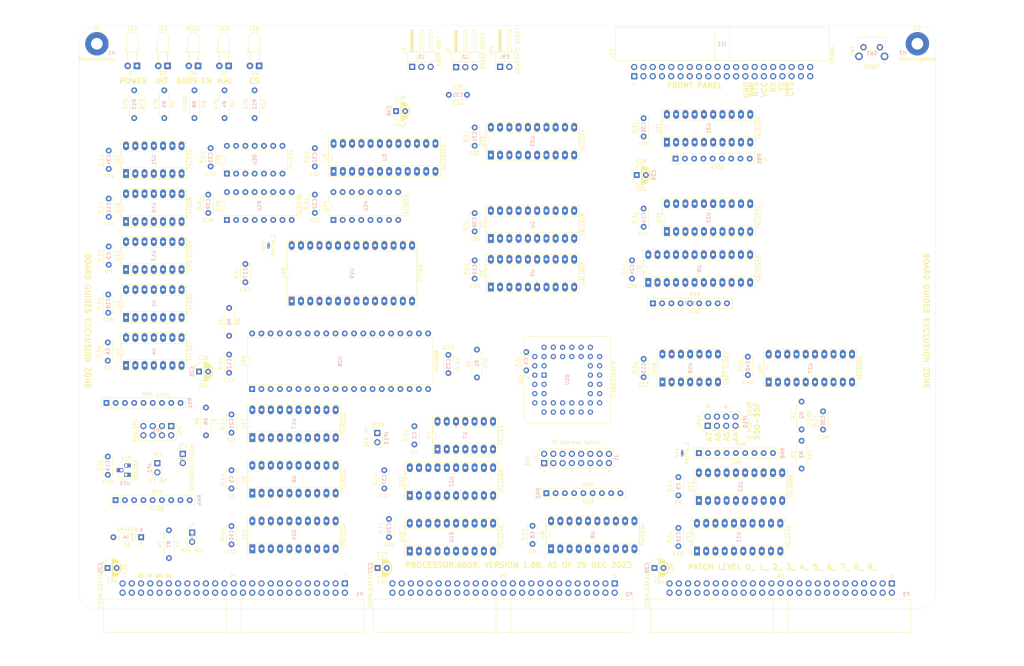
<source format=kicad_pcb>
(kicad_pcb (version 20211014) (generator pcbnew)
  (title_block (title "DUODYNE 6809 PROCESSOR") (date "2023-12-29") (rev "v1.00"))
  (layers (0 "F.Cu" signal) (31 "B.Cu" signal) (34 "B.Paste" user) (35 "F.Paste" user) (36 "B.SilkS" user "B.Silkscreen") (37 "F.SilkS" user "F.Silkscreen") (38 "B.Mask" user) (39 "F.Mask" user) (44 "Edge.Cuts" user))
  (net 0 "")
  (net 1 "GND")
  (net 2 "VCC")
  (net 3 "Net-(D2-Pad1)")
  (net 4 "Net-(D4-Pad2)")
  (net 5 "Net-(D6-Pad2)")
  (net 6 "6809RST")
  (net 7 "6809EN")
  (net 8 "Net-(D2-Pad2)")
  (net 9 "~{6809EN}")
  (net 10 "~{INT0}")
  (net 11 "~{TEND1}")
  (net 12 "~{TEND0}")
  (net 13 "~{DREQ1}")
  (net 14 "~{DREQ0}")
  (net 15 "Net-(D3-Pad1)")
  (net 16 "-12V")
  (net 17 "Net-(D3-Pad2)")
  (net 18 "~{BUSRQ}")
  (net 19 "/bus/CRUCLK")
  (net 20 "~{NMI}")
  (net 21 "CLK")
  (net 22 "~{M1}")
  (net 23 "~{MREQ}")
  (net 24 "~{IORQ}")
  (net 25 "~{WR}")
  (net 26 "~{RD}")
  (net 27 "A0")
  (net 28 "A1")
  (net 29 "A2")
  (net 30 "A3")
  (net 31 "A4")
  (net 32 "A5")
  (net 33 "A6")
  (net 34 "A7")
  (net 35 "A8")
  (net 36 "A9")
  (net 37 "A10")
  (net 38 "A11")
  (net 39 "A12")
  (net 40 "A13")
  (net 41 "A14")
  (net 42 "A15")
  (net 43 "+12V")
  (net 44 "D0")
  (net 45 "D1")
  (net 46 "D2")
  (net 47 "D3")
  (net 48 "D4")
  (net 49 "D5")
  (net 50 "D6")
  (net 51 "D7")
  (net 52 "~{6809ACTIVE}")
  (net 53 "Net-(D7-Pad2)")
  (net 54 "Net-(JP1-Pad1)")
  (net 55 "Net-(D9-Pad2)")
  (net 56 "Net-(JP4-Pad1)")
  (net 57 "ONE")
  (net 58 "ZERO")
  (net 59 "Net-(D9-Pad1)")
  (net 60 "Net-(JP4-Pad3)")
  (net 61 "Net-(JP4-Pad5)")
  (net 62 "Net-(JP4-Pad7)")
  (net 63 "/bus/~{WAIT}")
  (net 64 "Net-(J11-Pad19)")
  (net 65 "Net-(J11-Pad17)")
  (net 66 "Net-(J11-Pad15)")
  (net 67 "~{CPU-IORQ}")
  (net 68 "~{CPU-RESET}")
  (net 69 "CPU-R~{W}")
  (net 70 "CPU-A1")
  (net 71 "CPU-A0")
  (net 72 "/bus/A23")
  (net 73 "~{CPU-M1}")
  (net 74 "~{CPU-WR}")
  (net 75 "~{CPU-RD}")
  (net 76 "~{CPU-MREQ}")
  (net 77 "DATA-DIR")
  (net 78 "/bus/A22")
  (net 79 "~{FP-LATCH-RD}")
  (net 80 "FP-LATCH-WR")
  (net 81 "Net-(JP2-Pad1)")
  (net 82 "bCLK")
  (net 83 "/bus/~{RFSH}")
  (net 84 "/bus/~{EIRQ7}")
  (net 85 "/bus/~{EIRQ6}")
  (net 86 "/fpanel/FP-D7")
  (net 87 "/fpanel/FP-D6")
  (net 88 "/fpanel/FP-D5")
  (net 89 "/fpanel/FP-D4")
  (net 90 "/fpanel/FP-D3")
  (net 91 "/fpanel/FP-D2")
  (net 92 "/fpanel/FP-D1")
  (net 93 "/fpanel/FP-D0")
  (net 94 "CPU-A3")
  (net 95 "CPU-A4")
  (net 96 "CPU-A2")
  (net 97 "CPU-A5")
  (net 98 "CPU-A6")
  (net 99 "CPU-A7")
  (net 100 "/bus/~{EIRQ5}")
  (net 101 "CPU-A11")
  (net 102 "CPU-A12")
  (net 103 "CPU-A10")
  (net 104 "CPU-A13")
  (net 105 "CPU-A9")
  (net 106 "CPU-A14")
  (net 107 "CPU-A8")
  (net 108 "CPU-A15")
  (net 109 "~{CPU-NMI}")
  (net 110 "~{CPU-INT}")
  (net 111 "CPU-D1")
  (net 112 "CPU-D7")
  (net 113 "CPU-D6")
  (net 114 "CPU-D3")
  (net 115 "CPU-D0")
  (net 116 "CPU-D2")
  (net 117 "CPU-D5")
  (net 118 "CPU-D4")
  (net 119 "Net-(JP10-Pad8)")
  (net 120 "Net-(JP10-Pad6)")
  (net 121 "Net-(JP10-Pad4)")
  (net 122 "Net-(JP10-Pad2)")
  (net 123 "A16")
  (net 124 "A17")
  (net 125 "A18")
  (net 126 "A19")
  (net 127 "A20")
  (net 128 "A21")
  (net 129 "/bus/~{EIRQ4}")
  (net 130 "/bus/~{EIRQ3}")
  (net 131 "Net-(P1-Pad40)")
  (net 132 "/bus/~{EIRQ2}")
  (net 133 "/bus/~{EIRQ1}")
  (net 134 "Net-(P1-Pad44)")
  (net 135 "/bus/~{EIRQ0}")
  (net 136 "Net-(R6-Pad2)")
  (net 137 "Net-(R9-Pad2)")
  (net 138 "Net-(RN8-Pad6)")
  (net 139 "~{CS_IO}")
  (net 140 "~{CPU-DMA}")
  (net 141 "mA14")
  (net 142 "mA15")
  (net 143 "mA16")
  (net 144 "UART-CLK")
  (net 145 "/bus/E")
  (net 146 "/bus/ST")
  (net 147 "/bus/PHI")
  (net 148 "/bus/~{INT2}")
  (net 149 "/bus/~{INT1}")
  (net 150 "~{RES_IN}")
  (net 151 "/bus/CRUOUT")
  (net 152 "/bus/CRUIN")
  (net 153 "~{RES_OUT}")
  (net 154 "/bus/USER8")
  (net 155 "/bus/USER7")
  (net 156 "/bus/USER6")
  (net 157 "/bus/USER5")
  (net 158 "/bus/USER4")
  (net 159 "/bus/USER3")
  (net 160 "/bus/USER2")
  (net 161 "/bus/USER1")
  (net 162 "/bus/USER0")
  (net 163 "~{ONBOARD_ROM}")
  (net 164 "I2C_SDA")
  (net 165 "/bus/A31")
  (net 166 "/bus/A30")
  (net 167 "/bus/A29")
  (net 168 "/bus/A28")
  (net 169 "/bus/A27")
  (net 170 "/bus/A26")
  (net 171 "/bus/A25")
  (net 172 "/bus/A24")
  (net 173 "~{OFFBOARD_MEM}")
  (net 174 "/bus/IC3")
  (net 175 "/bus/IC2")
  (net 176 "/bus/IC1")
  (net 177 "/bus/IC0")
  (net 178 "/bus/AUXCLK1")
  (net 179 "/bus/AUXCLK0")
  (net 180 "/bus/D15")
  (net 181 "/bus/D31")
  (net 182 "/bus/D14")
  (net 183 "/bus/D30")
  (net 184 "/bus/D13")
  (net 185 "/bus/D29")
  (net 186 "/bus/D12")
  (net 187 "/bus/D28")
  (net 188 "/bus/D11")
  (net 189 "/bus/D27")
  (net 190 "/bus/D10")
  (net 191 "/bus/D26")
  (net 192 "/bus/D9")
  (net 193 "/bus/D25")
  (net 194 "/bus/D8")
  (net 195 "/bus/D24")
  (net 196 "/bus/D23")
  (net 197 "/bus/D22")
  (net 198 "/bus/D21")
  (net 199 "/bus/D20")
  (net 200 "/bus/D19")
  (net 201 "/bus/D18")
  (net 202 "/bus/D17")
  (net 203 "/bus/D16")
  (net 204 "/bus/~{BUSERR}")
  (net 205 "/bus/UDS")
  (net 206 "/bus/~{VPA}")
  (net 207 "/bus/LDS")
  (net 208 "/bus/~{VMA}")
  (net 209 "/bus/S2")
  (net 210 "/bus/~{BHE}")
  (net 211 "/bus/S1")
  (net 212 "/bus/IPL2")
  (net 213 "/bus/S0")
  (net 214 "/bus/IPL1")
  (net 215 "/bus/AUXCLK3")
  (net 216 "/bus/IPL0")
  (net 217 "/bus/AUXCLK2")
  (net 218 "I2C_SCL")
  (net 225 "Net-(D4-Pad1)")
  (net 226 "mA17")
  (net 227 "mA18")
  (net 228 "mA19")
  (net 231 "Net-(J1-Pad2)")
  (net 232 "~{INT-I2C}")
  (net 233 "INT-I2C")
  (net 235 "~{CS_I2C_WR}")
  (net 244 "~{CS_I2C}")
  (net 246 "~{RTS}")
  (net 247 "RX")
  (net 248 "TX")
  (net 249 "~{CTS}")
  (net 250 "~{CS_UART}")
  (net 251 "~{EXT_RES}")
  (net 252 "Net-(J11-Pad5)")
  (net 253 "Net-(J11-Pad7)")
  (net 254 "Net-(J11-Pad9)")
  (net 255 "Net-(J11-Pad11)")
  (net 256 "Net-(J11-Pad13)")
  (net 257 "Net-(J1-Pad4)")
  (net 258 "Net-(J1-Pad6)")
  (net 259 "Net-(J1-Pad8)")
  (net 260 "mA20")
  (net 261 "mA21")
  (net 262 "~{CPU-HALT}")
  (net 263 "Net-(JP3-Pad1)")
  (net 264 "Net-(JP13-Pad1)")
  (net 266 "/bus/~{BUSACK}")
  (net 267 "/bus/~{HALT}")
  (net 268 "IOPAGE")
  (net 269 "E")
  (net 271 "Net-(U21-Pad2)")
  (net 272 "Net-(U21-Pad12)")
  (net 273 "Net-(U21-Pad5)")
  (net 274 "Net-(J1-Pad10)")
  (net 275 "Net-(J1-Pad12)")
  (net 276 "Net-(J1-Pad14)")
  (net 277 "Net-(J1-Pad16)")
  (net 278 "UART_INT")
  (net 279 "Net-(U22-Pad19)")
  (net 280 "~{PAGE-EN}")
  (net 284 "~{ENABLEINT}")
  (net 285 "HIMEM")
  (net 289 "OPTION_LATCH")
  (net 290 "O_1")
  (net 291 "O_2")
  (net 292 "O_7")
  (net 293 "O_3")
  (net 294 "O_4")
  (net 295 "O_5")
  (net 296 "O_6")
  (net 305 "SEL-A15")
  (net 306 "SEL-A14")
  (net 307 "Net-(U16-Pad10)")
  (net 314 "Net-(U1-Pad1)")
  (net 321 "Net-(U16-Pad12)")
  (net 322 "68TOGGLE")
  (net 339 "Net-(U20-Pad10)")
  (net 350 "Net-(U1-Pad8)")
  (net 351 "~{PAGE-WR}")
  (net 352 "Net-(U1-Pad5)")
  (net 355 "Net-(U1-Pad3)")
  (net 357 "~{PGEN-WR}")
  (net 363 "Net-(U3-Pad13)")
  (footprint "Connector_IDC:IDC-Header_2x25_P2.54mm_Horizontal" (layer "F.Cu") (at 108 223 -90)
    (fp_text reference "P1")
    (fp_text value "CONN_02X25")
  )
  (footprint "Capacitor_THT:C_Disc_D5.0mm_W2.5mm_P5.00mm" (layer "F.Cu") (at 127.075 179.875 -90)
    (fp_text reference "C2")
    (fp_text value "0.1u")
  )
  (footprint "Capacitor_THT:C_Disc_D5.0mm_W2.5mm_P5.00mm" (layer "F.Cu") (at 43.255 130.605 -90)
    (fp_text reference "C3")
    (fp_text value "0.1u")
  )
  (footprint "Capacitor_THT:C_Disc_D5.0mm_W2.5mm_P5.00mm" (layer "F.Cu") (at 157.75 159.55 -90)
    (fp_text reference "C4")
    (fp_text value "0.1u")
  )
  (footprint "Capacitor_THT:C_Disc_D5.0mm_W2.5mm_P5.00mm" (layer "F.Cu") (at 76.91 191.94 -90)
    (fp_text reference "C5")
    (fp_text value "0.1u")
  )
  (footprint "Capacitor_THT:C_Disc_D5.0mm_W2.5mm_P5.00mm" (layer "F.Cu") (at 43 156.9 -90)
    (fp_text reference "C6")
    (fp_text value "0.1u")
  )
  (footprint "Capacitor_THT:C_Disc_D5.0mm_W2.5mm_P5.00mm" (layer "F.Cu") (at 159.46 207.18 -90)
    (fp_text reference "C8")
    (fp_text value "0.1u")
  )
  (footprint "Capacitor_THT:C_Disc_D5.0mm_W2.5mm_P5.00mm" (layer "F.Cu") (at 199.465 193.845 -90)
    (fp_text reference "C9")
    (fp_text value "0.1u")
  )
  (footprint "Capacitor_THT:C_Disc_D5.0mm_W2.5mm_P5.00mm" (layer "F.Cu") (at 76.91 207.27 -90)
    (fp_text reference "C10")
    (fp_text value "0.1u")
  )
  (footprint "Capacitor_THT:C_Disc_D5.0mm_W2.5mm_P5.00mm" (layer "F.Cu") (at 43.255 117.4575 -90)
    (fp_text reference "C11")
    (fp_text value "0.1u")
  )
  (footprint "Capacitor_THT:C_Disc_D5.0mm_W2.5mm_P5.00mm" (layer "F.Cu") (at 189.94 120.185 -90)
    (fp_text reference "C14")
    (fp_text value "0.1u")
  )
  (footprint "Capacitor_THT:C_Disc_D5.0mm_W2.5mm_P5.00mm" (layer "F.Cu") (at 143.6 134.4 -90)
    (fp_text reference "C15")
    (fp_text value "0.1u")
  )
  (footprint "Capacitor_THT:CP_Radial_D5.0mm_P2.50mm" (layer "F.Cu") (at 42.9296 218.75)
    (fp_text reference "C25")
    (fp_text value "10u")
  )
  (footprint "Capacitor_THT:CP_Radial_D5.0mm_P2.50mm" (layer "F.Cu") (at 68.0199 164.9)
    (fp_text reference "C26")
    (fp_text value "10u")
  )
  (footprint "Capacitor_THT:C_Disc_D5.0mm_W2.5mm_P5.00mm" (layer "F.Cu") (at 80.72 135.39 -90)
    (fp_text reference "C17")
    (fp_text value "0.1u")
  )
  (footprint "Capacitor_THT:C_Disc_D5.0mm_W2.5mm_P5.00mm" (layer "F.Cu") (at 120.09 205.315 -90)
    (fp_text reference "C20")
    (fp_text value "0.1u")
  )
  (footprint "Capacitor_THT:C_Disc_D5.0mm_W2.5mm_P5.00mm" (layer "F.Cu") (at 76.91 176.66 -90)
    (fp_text reference "C21")
    (fp_text value "0.1u")
  )
  (footprint "Capacitor_THT:C_Disc_D5.0mm_W2.5mm_P5.00mm" (layer "F.Cu") (at 99.77 116.375 -90)
    (fp_text reference "C22")
    (fp_text value "0.1u")
  )
  (footprint "Capacitor_THT:C_Disc_D5.0mm_W2.5mm_P5.00mm" (layer "F.Cu") (at 136.385 165.31 90)
    (fp_text reference "C23")
    (fp_text value "0.1u")
  )
  (footprint "Capacitor_THT:CP_Radial_D5.0mm_P2.50mm" (layer "F.Cu") (at 117 218.75)
    (fp_text reference "C27")
    (fp_text value "10u")
  )
  (footprint "Capacitor_THT:CP_Radial_D5.0mm_P2.50mm" (layer "F.Cu") (at 192.8847 218.75)
    (fp_text reference "C28")
    (fp_text value "10u")
  )
  (footprint "Capacitor_THT:CP_Radial_D5.0mm_P2.50mm" (layer "F.Cu") (at 188.0449 111)
    (fp_text reference "C29")
    (fp_text value "22u")
  )
  (footprint "LED_THT:LED_D3.0mm_Horizontal_O3.81mm_Z2.0mm" (layer "F.Cu") (at 67.755 81.065 180)
    (fp_text reference "D4")
    (fp_text value "6502")
  )
  (footprint "Diode_THT:D_DO-35_SOD27_P7.62mm_Horizontal" (layer "F.Cu") (at 52.145 210.315 180)
    (fp_text reference "D6")
    (fp_text value "1N4148")
  )
  (footprint "LED_THT:LED_D3.0mm_Horizontal_O3.81mm_Z2.0mm" (layer "F.Cu") (at 76.1325 81.065 180)
    (fp_text reference "D2")
    (fp_text value "LED")
  )
  (footprint "Resistor_THT:R_Axial_DIN0207_L6.3mm_D2.5mm_P7.62mm_Horizontal" (layer "F.Cu") (at 58.495 87.76 -90)
    (fp_text reference "R5")
    (fp_text value "470")
  )
  (footprint "Resistor_THT:R_Axial_DIN0207_L6.3mm_D2.5mm_P7.62mm_Horizontal" (layer "F.Cu") (at 76.275 147.45 -90)
    (fp_text reference "R6")
    (fp_text value "1K")
  )
  (footprint "Package_DIP:DIP-14_W7.62mm_Socket_LongPads" (layer "F.Cu") (at 48 163.2 90)
    (fp_text reference "U4")
    (fp_text value "74LS07")
  )
  (footprint "Package_DIP:DIP-20_W7.62mm_Socket_LongPads" (layer "F.Cu") (at 148.035 141.725 90)
    (fp_text reference "U5")
    (fp_text value "GAL16V8")
  )
  (footprint "Package_DIP:DIP-20_W7.62mm_Socket_LongPads" (layer "F.Cu") (at 82.63 198.24 90)
    (fp_text reference "U6")
    (fp_text value "74LS244")
  )
  (footprint "Package_DIP:DIP-20_W7.62mm_Socket_LongPads" (layer "F.Cu") (at 164.54 213.48 90)
    (fp_text reference "U8")
    (fp_text value "74LS244")
  )
  (footprint "Package_TO_SOT_THT:TO-92L_HandSolder" (layer "F.Cu") (at 48 193.2 90)
    (fp_text reference "U15")
    (fp_text value "DS1233")
  )
  (footprint "Package_DIP:DIP-14_W7.62mm_Socket_LongPads" (layer "F.Cu") (at 48 150.0525 90)
    (fp_text reference "U1")
    (fp_text value "74LS04")
  )
  (footprint "Connector_IDC:IDC-Header_2x25_P2.54mm_Horizontal" (layer "F.Cu") (at 182 223 -90)
    (fp_text reference "P2")
    (fp_text value "CONN_02X25")
  )
  (footprint "MountingHole:MountingHole_3.2mm_M3_Pad" (layer "F.Cu") (at 265 75)
    (fp_text reference "H2")
    (fp_text value "MountingHole")
  )
  (footprint "Resistor_THT:R_Array_SIP9" (layer "F.Cu") (at 42.62 173.485)
    (fp_text reference "RN1")
    (fp_text value "4700")
  )
  (footprint "Package_DIP:DIP-20_W7.62mm_Socket_LongPads" (layer "F.Cu") (at 204.55 214.115 90)
    (fp_text reference "U11")
    (fp_text value "74LS245")
  )
  (footprint "Capacitor_THT:C_Disc_D5.0mm_W2.5mm_P5.00mm" (layer "F.Cu") (at 43 188.2 -90)
    (fp_text reference "C19")
    (fp_text value "0.1u")
  )
  (footprint "Capacitor_THT:C_Disc_D5.0mm_W2.5mm_P5.00mm" (layer "F.Cu") (at 43.125 143.7525 -90)
    (fp_text reference "C18")
    (fp_text value "0.1u")
  )
  (footprint "Capacitor_THT:C_Disc_D5.0mm_W2.5mm_P5.00mm" (layer "F.Cu") (at 76.275 160.23 -90)
    (fp_text reference "C12")
    (fp_text value "0.1u")
  )
  (footprint "Capacitor_THT:C_Disc_D5.0mm_W2.5mm_P5.00mm" (layer "F.Cu") (at 199.465 207.775 -90)
    (fp_text reference "C16")
    (fp_text value "0.1u")
  )
  (footprint "Package_DIP:DIP-24_W7.62mm_Socket_LongPads" (layer "F.Cu") (at 104.915 109.985 90)
    (fp_text reference "U3")
    (fp_text value "GAL22V10")
  )
  (footprint "MountingHole:MountingHole_3.2mm_M3_Pad" (layer "F.Cu") (at 40 75)
    (fp_text reference "H1")
    (fp_text value "MountingHole")
  )
  (footprint "LED_THT:LED_D3.0mm_Horizontal_O3.81mm_Z2.0mm" (layer "F.Cu") (at 51 81.065 180)
    (fp_text reference "D7")
    (fp_text value "LED")
  )
  (footprint "Connector_IDC:IDC-Header_2x25_P2.54mm_Horizontal" (layer "F.Cu") (at 258 223 -90)
    (fp_text reference "P3")
    (fp_text value "CONN_02X25")
  )
  (footprint "Package_DIP:DIP-14_W7.62mm_Socket_LongPads" (layer "F.Cu") (at 48 136.905 90)
    (fp_text reference "U13")
    (fp_text value "CPU CLOCK")
  )
  (footprint "Capacitor_THT:C_Disc_D5.0mm_W2.5mm_P5.00mm" (layer "F.Cu") (at 189.94 95.42 -90)
    (fp_text reference "C36")
    (fp_text value "0.1u")
  )
  (footprint "Capacitor_THT:C_Disc_D5.0mm_W2.5mm_P5.00mm" (layer "F.Cu") (at 143.6 121.455 -90)
    (fp_text reference "C38")
    (fp_text value "0.1u")
  )
  (footprint "Capacitor_THT:CP_Radial_D5.0mm_P2.50mm" (layer "F.Cu") (at 122.059888 93.475)
    (fp_text reference "C46")
    (fp_text value "47uF")
  )
  (footprint "Package_DIP:DIP-28_W15.24mm_Socket_LongPads" (layer "F.Cu") (at 93.43 145.55 90)
    (fp_text reference "U19")
    (fp_text value "27C64")
  )
  (footprint "Package_DIP:DIP-14_W7.62mm_Socket_LongPads" (layer "F.Cu") (at 133.41 186.175 90)
    (fp_text reference "U7")
    (fp_text value "74LS14")
  )
  (footprint "LED_THT:LED_D3.0mm_Horizontal_O3.81mm_Z2.0mm" (layer "F.Cu") (at 84.51 81.065 180)
    (fp_text reference "D9")
    (fp_text value "LED")
  )
  (footprint "Resistor_THT:R_Array_SIP9" (layer "F.Cu") (at 45.145 200.155)
    (fp_text reference "RN4")
    (fp_text value "4700")
  )
  (footprint "Connector_IDC:IDC-Header_2x20_P2.54mm_Horizontal" (layer "F.Cu") (at 187.35 83.9175 90)
    (fp_text reference "J11")
    (fp_text value "FPANEL")
  )
  (footprint "Resistor_THT:R_Array_SIP9" (layer "F.Cu") (at 198.705 106.5)
    (fp_text reference "RN5")
    (fp_text value "4700")
  )
  (footprint "Package_DIP:DIP-20_W7.62mm_Socket_LongPads" (layer "F.Cu") (at 196.305 102 90)
    (fp_text reference "U31")
    (fp_text value "74LS244")
  )
  (footprint "Package_DIP:DIP-20_W7.62mm_Socket_LongPads" (layer "F.Cu") (at 148.035 105.53 90)
    (fp_text reference "U33")
    (fp_text value "74LS374")
  )
  (footprint "Package_LCC:PLCC-44_THT-Socket" (layer "F.Cu") (at 162.63 165.855 90)
    (fp_text reference "U20")
    (fp_text value "TL16C550CFN")
  )
  (footprint "Capacitor_THT:C_Disc_D5.0mm_W2.5mm_P5.00mm" (layer "F.Cu") (at 118.82 191.94 -90)
    (fp_text reference "C37")
    (fp_text value "0.1u")
  )
  (footprint "Connector_PinHeader_2.54mm:PinHeader_2x04_P2.54mm_Vertical" (layer "F.Cu") (at 207.5 179.775 90)
    (fp_text reference "JP10")
    (fp_text value "IO PORT ADDR")
  )
  (footprint "Resistor_THT:R_Array_SIP9" (layer "F.Cu") (at 205.075 187.25)
    (fp_text reference "RN8")
    (fp_text value "10K")
  )
  (footprint "Package_DIP:DIP-24_W7.62mm_Socket_LongPads" (layer "F.Cu") (at 191.205 140.455 90)
    (fp_text reference "U9")
    (fp_text value "GAL22V10")
  )
  (footprint "Package_DIP:DIP-20_W7.62mm_Socket_LongPads" (layer "F.Cu") (at 125.81 214.115 90)
    (fp_text reference "U10")
    (fp_text value "74LS244")
  )
  (footprint "Package_DIP:DIP-20_W7.62mm_Socket_LongPads" (layer "F.Cu") (at 205.075 200.25 90)
    (fp_text reference "U12")
    (fp_text value "74LS688")
  )
  (footprint "Capacitor_THT:C_Disc_D5.0mm_W2.5mm_P5.00mm" (layer "F.Cu") (at 239.125 175.8 -90)
    (fp_text reference "C30")
    (fp_text value "0.1u")
  )
  (footprint "Capacitor_THT:C_Disc_D5.0mm_W2.5mm_P5.00mm" (layer "F.Cu") (at 143.6 97.96 -90)
    (fp_text reference "C31")
    (fp_text value "0.1u")
  )
  (footprint "Capacitor_THT:C_Disc_D5.0mm_W2.5mm_P5.00mm" (layer "F.Cu") (at 99.77 103.635 -90)
    (fp_text reference "C32")
    (fp_text value "0.1u")
  )
  (footprint "Capacitor_THT:C_Disc_D5.0mm_W2.5mm_P5.00mm" (layer "F.Cu") (at 71.195 103.635 -90)
    (fp_text reference "C33")
    (fp_text value "0.1u")
  )
  (footprint "Capacitor_THT:C_Disc_D5.0mm_W2.5mm_P5.00mm" (layer "F.Cu") (at 43.255 104.31 -90)
    (fp_text reference "C34")
    (fp_text value "0.1u")
  )
  (footprint "Capacitor_THT:C_Disc_D5.0mm_W2.5mm_P5.00mm" (layer "F.Cu") (at 136.5 89)
    (fp_text reference "C35")
    (fp_text value "0.1u")
  )
  (footprint "Package_DIP:DIP-20_W7.62mm_Socket_LongPads" (layer "F.Cu") (at 82.63 213.48 90)
    (fp_text reference "U14")
    (fp_text value "74LS244")
  )
  (footprint "Package_DIP:DIP-20_W7.62mm_Socket_LongPads" (layer "F.Cu") (at 148.035 128.39 90)
    (fp_text reference "U2")
    (fp_text value "GAL16V8")
  )
  (footprint "Connector_PinHeader_2.54mm:PinHeader_1x02_P2.54mm_Vertical" (layer "F.Cu") (at 116.915 181.735)
    (fp_text reference "JP13")
    (fp_text value "SER INT")
  )
  (footprint "LED_THT:LED_D3.0mm_Horizontal_O3.81mm_Z2.0mm" (layer "F.Cu") (at 59.3775 81.065 180)
    (fp_text reference "D3")
    (fp_text value "LED")
  )
  (footprint "Resistor_THT:R_Axial_DIN0207_L6.3mm_D2.5mm_P7.62mm_Horizontal" (layer "F.Cu") (at 75.005 87.76 -90)
    (fp_text reference "R4")
    (fp_text value "470")
  )
  (footprint "Button_Switch_THT:SW_Tactile_SPST_Angled_PTS645Vx58-2LFS" (layer "F.Cu") (at 250.225 75.9625)
    (fp_text reference "SW1")
    (fp_text value "RESET")
  )
  (footprint "Capacitor_THT:C_Disc_D5.0mm_W2.5mm_P5.00mm" (layer "F.Cu") (at 70.56 116.375 -90)
    (fp_text reference "C39")
    (fp_text value "0.1u")
  )
  (footprint "Resistor_THT:R_Axial_DIN0207_L6.3mm_D2.5mm_P7.62mm_Horizontal" (layer "F.Cu") (at 144.22 166.5 90)
    (fp_text reference "R1")
    (fp_text value "470")
  )
  (footprint "Package_DIP:DIP-14_W7.62mm_Socket_LongPads" (layer "F.Cu") (at 195.08 167.735 90)
    (fp_text reference "U18")
    (fp_text value "UART CLOCK")
  )
  (footprint "Capacitor_THT:C_Disc_D5.0mm_W2.5mm_P5.00mm" (layer "F.Cu") (at 189.94 161.42 -90)
    (fp_text reference "C13")
    (fp_text value "0.1u")
  )
  (footprint "Capacitor_THT:C_Disc_D5.0mm_W2.5mm_P5.00mm" (layer "F.Cu") (at 186.75 134.4 -90)
    (fp_text reference "C24")
    (fp_text value "0.1u")
  )
  (footprint "Resistor_THT:R_Axial_DIN0207_L6.3mm_D2.5mm_P7.62mm_Horizontal" (layer "F.Cu") (at 66.75 95.38 90)
    (fp_text reference "R8")
    (fp_text value "470Ω")
  )
  (footprint "Connector_PinHeader_2.54mm:PinHeader_1x02_P2.54mm_Horizontal" (layer "F.Cu") (at 150.565 81.34 90)
    (fp_text reference "JP3")
    (fp_text value "GENERATE RESET")
  )
  (footprint "Package_DIP:DIP-20_W7.62mm_Socket_LongPads" (layer "F.Cu") (at 125.81 198.875 90)
    (fp_text reference "U22")
    (fp_text value "74LS688")
  )
  (footprint "Resistor_THT:R_Axial_DIN0207_L6.3mm_D2.5mm_P7.62mm_Horizontal" (layer "F.Cu") (at 83.26 87.76 -90)
    (fp_text reference "R12")
    (fp_text value "470")
  )
  (footprint "Connector_PinHeader_2.54mm:PinHeader_1x02_P2.54mm_Vertical" (layer "F.Cu") (at 63.575 187.455)
    (fp_text reference "JP1")
    (fp_text value "GENERATE CLOCK")
  )
  (footprint "Resistor_THT:R_Axial_DIN0207_L6.3mm_D2.5mm_P7.62mm_Horizontal" (layer "F.Cu") (at 233.25 191.5 90)
    (fp_text reference "R3")
    (fp_text value "10K")
  )
  (footprint "NetTie:NetTie-2_THT_Pad0.3mm" (layer "F.Cu") (at 200.5 187.85 90)
    (fp_text reference "NT4")
    (fp_text value "NetTie_2")
  )
  (footprint "Connector_PinHeader_2.54mm:PinHeader_1x03_P2.54mm_Horizontal" (layer "F.Cu") (at 126.455 81.34 90)
    (fp_text reference "J3")
    (fp_text value "6809 ONLY")
  )
  (footprint "Package_DIP:DIP-20_W7.62mm_Socket_LongPads" (layer "F.Cu") (at 82.63 183 90)
    (fp_text reference "U17")
    (fp_text value "74LS244")
  )
  (footprint "NetTie:NetTie-2_THT_Pad0.3mm" (layer "F.Cu") (at 87.07 130.94 90)
    (fp_text reference "NT3")
    (fp_text value "NetTie_2")
  )
  (footprint "Connector_PinHeader_2.54mm:PinHeader_2x08_P2.54mm_Vertical" (layer "F.Cu") (at 162.635 189.995 90)
    (fp_text reference "J1")
    (fp_text value "IO Address Select")
  )
  (footprint "Connector_PinHeader_2.54mm:PinHeader_2x04_P2.54mm_Vertical" (layer "F.Cu") (at 60.39 179.83 -90)
    (fp_text reference "JP4")
    (fp_text value "BUS CPU")
  )
  (footprint "Package_DIP:DIP-20_W7.62mm_Socket_LongPads" (layer "F.Cu") (at 224.235 167.76 90)
    (fp_text reference "U27")
    (fp_text value "PCF8584")
  )
  (footprint "Capacitor_THT:C_Disc_D5.0mm_W2.5mm_P5.00mm" (layer "F.Cu") (at 218.515 160.825 -90)
    (fp_text reference "C40")
    (fp_text value "0.1u")
  )
  (footprint "Package_DIP:DIP-16_W7.62mm" (layer "F.Cu") (at 75.655 123.31 90)
    (fp_text reference "U29")
    (fp_text value "74LS670")
  )
  (footprint "Resistor_THT:R_Axial_DIN0207_L6.3mm_D2.5mm_P7.62mm_Horizontal" (layer "F.Cu") (at 59.765 216.03 90)
    (fp_text reference "R7")
    (fp_text value "10")
  )
  (footprint "Connector_PinHeader_2.54mm:PinHeader_1x02_P2.54mm_Vertical" (layer "F.Cu") (at 56.59 189.995)
    (fp_text reference "JP2")
    (fp_text value "I2C INT")
  )
  (footprint "Package_DIP:DIP-40_W15.24mm" (layer "F.Cu") (at 82.58 169.68 90)
    (fp_text reference "U28")
    (fp_text value "MC6809")
  )
  (footprint "Resistor_THT:R_Axial_DIN0207_L6.3mm_D2.5mm_P7.62mm_Horizontal" (layer "F.Cu") (at 69.925 182.375 90)
    (fp_text reference "R9")
    (fp_text value "1K")
  )
  (footprint "Connector_PinHeader_2.54mm:PinHeader_1x02_P2.54mm_Vertical" (layer "F.Cu") (at 66.115 209.04)
    (fp_text reference "J4")
    (fp_text value "RES SEL")
  )
  (footprint "Resistor_THT:R_Axial_DIN0207_L6.3mm_D2.5mm_P7.62mm_Horizontal" (layer "F.Cu") (at 50.24 87.76 -90)
    (fp_text reference "R13")
    (fp_text value "470")
  )
  (footprint "Package_DIP:DIP-20_W7.62mm_Socket_LongPads" (layer "F.Cu") (at 196.305 126.485 90)
    (fp_text reference "U25")
    (fp_text value "74LS374")
  )
  (footprint "Resistor_THT:R_Array_SIP9" (layer "F.Cu") (at 163.255 198.25)
    (fp_text reference "RN2")
    (fp_text value "1KΩ")
  )
  (footprint "Resistor_THT:R_Axial_DIN0207_L6.3mm_D2.5mm_P7.62mm_Horizontal" (layer "F.Cu") (at 233.25 180.75 90)
    (fp_text reference "R2")
    (fp_text value "10K")
  )
  (footprint "Package_DIP:DIP-16_W7.62mm" (layer "F.Cu") (at 104.865 123.31 90)
    (fp_text reference "U24")
    (fp_text value "74LS670")
  )
  (footprint "Resistor_THT:R_Array_SIP9" (layer "F.Cu") (at 192.465 146.18)
    (fp_text reference "RN3")
    (fp_text value "470")
  )
  (footprint "Package_DIP:DIP-14_W7.62mm_Socket_LongPads" (layer "F.Cu") (at 48 123.7575 90)
    (fp_text reference "U16")
    (fp_text value "74LS08")
  )
  (footprint "Package_DIP:DIP-14_W7.62mm_Socket_LongPads" (layer "F.Cu") (at 48 110.61 90)
    (fp_text reference "U21")
    (fp_text value "74LS74")
  )
  (footprint "Connector_PinHeader_2.54mm:PinHeader_1x03_P2.54mm_Horizontal" (layer "F.Cu") (at 138.505 81.41 90)
    (fp_text reference "J2")
    (fp_text value "65816 RESET")
  )
  (footprint "Package_DIP:DIP-14_W7.62mm" (layer "F.Cu") (at 75.655 110.61 90)
    (fp_text reference "U30")
    (fp_text value "74LS74")
  )
  (gr_line (start 35 75) (end 35 225) (layer "Edge.Cuts") (width 0.05))
  (gr_line (start 40 230) (end 265 230) (layer "Edge.Cuts") (width 0.05))
  (gr_line (start 270 225) (end 270 75) (layer "Edge.Cuts") (width 0.05))
  (gr_line (start 265 70) (end 40 70) (layer "Edge.Cuts") (width 0.05))
  (gr_arc (start 270 225) (mid 268.535534 228.535534) (end 265 230) (layer "Edge.Cuts") (width 0.05))
  (gr_arc (start 40 230) (mid 36.464466 228.535534) (end 35 225) (layer "Edge.Cuts") (width 0.05))
  (gr_arc (start 35 75) (mid 36.464466 71.464466) (end 40 70) (layer "Edge.Cuts") (width 0.05))
  (gr_arc (start 265 70) (mid 268.535534 71.464466) (end 270 75) (layer "Edge.Cuts") (width 0.05))
  (gr_text "BOARD GUIDES EXCLUSION ZONE" (at 37.5 151 -90) (layer "F.SilkS") (effects (font (size 1.5 1.5) (thickness 0.3))))
  (gr_text "CS" (at 83.26 85.22) (layer "F.SilkS") (effects (font (size 1.5 1.5) (thickness 0.3))))
  (gr_text "A7\nA6\nA5\nA4" (at 211.5 182.75 90) (layer "F.SilkS") (effects (font (size 1.5 1.5) (thickness 0.3))))
  (gr_text "~{IEI}" (at 54.558 221) (layer "F.SilkS") (effects (font (size 0.7 0.7) (thickness 0.175))))
  (gr_text "~{BAO}" (at 57.098 221) (layer "F.SilkS") (effects (font (size 0.7 0.7) (thickness 0.175))))
  (gr_text "~{BAI}" (at 59.638 221) (layer "F.SilkS") (effects (font (size 0.7 0.7) (thickness 0.175))))
  (gr_text "POWER" (at 50 85.22) (layer "F.SilkS") (effects (font (size 1.5 1.5) (thickness 0.3))))
  (gr_text "BOARD GUIDES EXCLUSION ZONE" (at 267.5 151 -90) (layer "F.SilkS") (effects (font (size 1.5 1.5) (thickness 0.3))))
  (gr_text "*" (at 180.415 192.535) (layer "F.SilkS") (effects (font (size 1 1))))
  (gr_text "~{IEO}" (at 52 221) (layer "F.SilkS") (effects (font (size 0.7 0.7) (thickness 0.175))))
  (gr_text "*" (at 170.255 192.535) (layer "F.SilkS") (effects (font (size 1 1))))
  (gr_text "GND\n~{RTS}\nVCC\nRX\nTX\n~{CTS}" (at 224.23 85.22 90) (layer "F.SilkS") (effects (font (size 1.5 1.5) (thickness 0.3)) (justify right)))
  (gr_text "PROCESSOR.6809, VERSION 1.00, AS OF 29 DEC 2023" (at 155.65 217.935) (layer "F.SilkS") (effects (font (size 1.5 1.5) (thickness 0.3))))
  (gr_text "INT" (at 57.86 85.22) (layer "F.SilkS") (effects (font (size 1.5 1.5) (thickness 0.3))))
  (gr_text "6809 EN" (at 66.75 85.22) (layer "F.SilkS") (effects (font (size 1.5 1.5) (thickness 0.3))))
  (gr_text "*" (at 162.635 192.535) (layer "F.SilkS") (effects (font (size 1 1))))
  (gr_text "$50-$5F" (at 221 178.5 90) (layer "F.SilkS") (effects (font (size 1.5 1.5) (thickness 0.3))))
  (gr_text "*" (at 208 174.489277 90) (layer "F.SilkS") (effects (font (size 1.5 1.5) (thickness 0.3))))
  (gr_text "NMI" (at 75.005 85.22) (layer "F.SilkS") (effects (font (size 1.5 1.5) (thickness 0.3))))
  (gr_text "$95" (at 158.19 189.36 90) (layer "F.SilkS") (effects (font (size 1 1))))
  (gr_text "FRONT PANEL" (at 203.98 86.47) (layer "F.SilkS") (effects (font (size 1.5 1.5) (thickness 0.3))))
  (gr_text "PATCH LEVEL 0_ 1_ 2_ 3_ 4_ 5_ 6_ 7_ 8_ 9_" (at 228 218.5) (layer "F.SilkS") (effects (font (size 1.5 1.5) (thickness 0.3))))
  (gr_text "*" (at 175.335 192.535) (layer "F.SilkS") (effects (font (size 1 1))))
  (gr_text "*" (at 213 174.5 90) (layer "F.SilkS") (effects (font (size 1.5 1.5) (thickness 0.3))))
)
</source>
